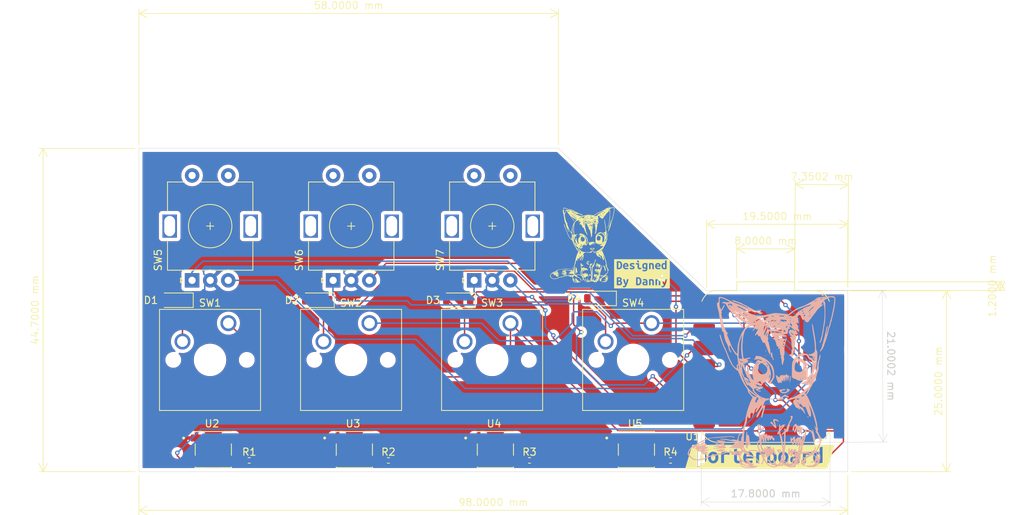
<source format=kicad_pcb>
(kicad_pcb (version 20240108) (generator "pcbnew") (generator_version "8.0")
  (layers (0 "F.Cu" signal) (31 "B.Cu" signal) (34 "B.Paste" user) (35 "F.Paste" user) (36 "B.SilkS" user "B.Silkscreen") (37 "F.SilkS" user "F.Silkscreen") (38 "B.Mask" user) (39 "F.Mask" user) (44 "Edge.Cuts" user))
  (net 0 "")
  (net 1 "Row_1")
  (net 2 "Net-(D1-A)")
  (net 3 "Net-(D2-A)")
  (net 4 "Row_2")
  (net 5 "Net-(D3-A)")
  (net 6 "Net-(D4-A)")
  (net 7 "3V")
  (net 8 "Net-(U2-VDD)")
  (net 9 "Net-(U3-VDD)")
  (net 10 "Net-(U4-VDD)")
  (net 11 "Net-(U5-VDD)")
  (net 12 "Column_2")
  (net 13 "Column_1")
  (net 14 "E1")
  (net 15 "E2")
  (net 16 "E3")
  (net 17 "E4")
  (net 18 "E6")
  (net 19 "E5")
  (net 21 "RGB")
  (net 27 "GND")
  (net 29 "Net-(U2-DOUT)")
  (net 30 "Net-(U3-DOUT)")
  (net 31 "Net-(U4-DOUT)")
  (footprint "Snapeda:LC8812B_SOL320P540X157-4N" (layer "F.Cu") (at 166.7825 153.4)
    (property "Reference" "U3" (at -0.18 -3.585 0) (layer "F.SilkS"))
    (property "Value" "SKC6812RV" (hide yes))
    (pad "1" smd roundrect (at -2.325 -1.6) (size 1.56 0.97) (layers "F.Cu" "F.Paste" "F.Mask") (roundrect_rratio 0.125) (net 27 "GND"))
    (pad "2" smd roundrect (at -2.325 1.6) (size 1.56 0.97) (layers "F.Cu" "F.Paste" "F.Mask") (roundrect_rratio 0.125) (net 29 "Net-(U2-DOUT)"))
    (pad "3" smd roundrect (at 2.325 -1.6) (size 1.56 0.97) (layers "F.Cu" "F.Paste" "F.Mask") (roundrect_rratio 0.125) (net 30 "Net-(U3-DOUT)"))
    (pad "4" smd roundrect (at 2.325 1.6) (size 1.56 0.97) (layers "F.Cu" "F.Paste" "F.Mask") (roundrect_rratio 0.125) (net 9 "Net-(U3-VDD)"))
  )
  (footprint "1_udu3324_foot_Library:SW_Cherry_MX_1.00u_PCB_with_model" (layer "F.Cu") (at 207.87 135.92)
    (property "Reference" "SW4" (at -2.54 -2.794 0) (layer "F.SilkS"))
    (property "Value" "SW_Push_45deg")
    (pad "" np_thru_hole circle (at -7.62 5.08) (size 1.7 1.7) (drill 1.7) (layers "*.Cu" "*.Mask"))
    (pad "" np_thru_hole circle (at -2.54 5.08) (size 4 4) (drill 4) (layers "*.Cu" "*.Mask"))
    (pad "" np_thru_hole circle (at 2.54 5.08) (size 1.7 1.7) (drill 1.7) (layers "*.Cu" "*.Mask"))
    (pad "1" thru_hole circle (at 0 0) (size 2.2 2.2) (drill 1.5) (layers "*.Cu" "*.Mask") (net 13 "Column_1"))
    (pad "2" thru_hole circle (at -6.35 2.54) (size 2.2 2.2) (drill 1.5) (layers "*.Cu" "*.Mask") (net 6 "Net-(D4-A)"))
  )
  (footprint "Snapeda:LC8812B_SOL320P540X157-4N" (layer "F.Cu") (at 186.2825 153.4)
    (property "Reference" "U4" (at -0.18 -3.585 0) (layer "F.SilkS"))
    (property "Value" "SKC6812RV" (hide yes))
    (pad "1" smd roundrect (at -2.325 -1.6) (size 1.56 0.97) (layers "F.Cu" "F.Paste" "F.Mask") (roundrect_rratio 0.125) (net 27 "GND"))
    (pad "2" smd roundrect (at -2.325 1.6) (size 1.56 0.97) (layers "F.Cu" "F.Paste" "F.Mask") (roundrect_rratio 0.125) (net 30 "Net-(U3-DOUT)"))
    (pad "3" smd roundrect (at 2.325 -1.6) (size 1.56 0.97) (layers "F.Cu" "F.Paste" "F.Mask") (roundrect_rratio 0.125) (net 31 "Net-(U4-DOUT)"))
    (pad "4" smd roundrect (at 2.325 1.6) (size 1.56 0.97) (layers "F.Cu" "F.Paste" "F.Mask") (roundrect_rratio 0.125) (net 10 "Net-(U4-VDD)"))
  )
  (footprint "kibuzzard-67143E22" (layer "F.Cu") (at 206.55 129.1)
    (property "Reference" "kibuzzard-67143E22" (hide yes))
    (property "Value" "G***" (hide yes))
  )
  (footprint "Resistor_SMD:R_0402_1005Metric" (layer "F.Cu") (at 152.25 154.9)
    (property "Reference" "R1" (at 0 -1.17 0) (layer "F.SilkS"))
    (property "Value" "RC0402FR-07220RL" (hide yes))
    (pad "1" smd roundrect (at -0.51 0) (size 0.54 0.64) (layers "F.Cu" "F.Paste" "F.Mask") (net 8 "Net-(U2-VDD)"))
    (pad "2" smd roundrect (at 0.51 0) (size 0.54 0.64) (layers "F.Cu" "F.Paste" "F.Mask") (net 7 "3V"))
  )
  (footprint "1_udu3324_foot_Library:RotaryEncoder_Alps_EC11E-Switch_Vertical_H20mm_with_model" (layer "F.Cu") (at 144.35 130 90)
    (property "Reference" "SW5" (at 2.8 -4.7 90) (layer "F.SilkS"))
    (property "Value" "EC11E")
    (pad "A" thru_hole rect (at 0 0 90) (size 2 2) (drill 1) (layers "*.Cu" "*.Mask") (net 14 "E1"))
    (pad "B" thru_hole circle (at 0 5 90) (size 2 2) (drill 1) (layers "*.Cu" "*.Mask") (net 15 "E2"))
    (pad "C" thru_hole circle (at 0 2.5 90) (size 2 2) (drill 1) (layers "*.Cu" "*.Mask") (net 27 "GND"))
    (pad "MP" thru_hole rect (at 7.5 -3.1 90) (size 3.2 2) (drill oval 2.8 1.5) (layers "*.Cu" "*.Mask"))
    (pad "MP" thru_hole rect (at 7.5 8.1 90) (size 3.2 2) (drill oval 2.8 1.5) (layers "*.Cu" "*.Mask"))
    (pad "S1" thru_hole circle (at 14.5 5 90) (size 2 2) (drill 1) (layers "*.Cu" "*.Mask"))
    (pad "S2" thru_hole circle (at 14.5 0 90) (size 2 2) (drill 1) (layers "*.Cu" "*.Mask"))
  )
  (footprint "1_udu3324_foot_Library:RotaryEncoder_Alps_EC11E-Switch_Vertical_H20mm_with_model" (layer "F.Cu") (at 163.85 130 90)
    (property "Reference" "SW6" (at 2.8 -4.7 90) (layer "F.SilkS"))
    (property "Value" "EC11E")
    (pad "A" thru_hole rect (at 0 0 90) (size 2 2) (drill 1) (layers "*.Cu" "*.Mask") (net 16 "E3"))
    (pad "B" thru_hole circle (at 0 5 90) (size 2 2) (drill 1) (layers "*.Cu" "*.Mask") (net 17 "E4"))
    (pad "C" thru_hole circle (at 0 2.5 90) (size 2 2) (drill 1) (layers "*.Cu" "*.Mask") (net 27 "GND"))
    (pad "MP" thru_hole rect (at 7.5 -3.1 90) (size 3.2 2) (drill oval 2.8 1.5) (layers "*.Cu" "*.Mask"))
    (pad "MP" thru_hole rect (at 7.5 8.1 90) (size 3.2 2) (drill oval 2.8 1.5) (layers "*.Cu" "*.Mask"))
    (pad "S1" thru_hole circle (at 14.5 5 90) (size 2 2) (drill 1) (layers "*.Cu" "*.Mask"))
    (pad "S2" thru_hole circle (at 14.5 0 90) (size 2 2) (drill 1) (layers "*.Cu" "*.Mask"))
  )
  (footprint "1_udu3324_foot_Library:RotaryEncoder_Alps_EC11E-Switch_Vertical_H20mm_with_model" (layer "F.Cu") (at 183.35 130 90)
    (property "Reference" "SW7" (at 2.8 -4.7 90) (layer "F.SilkS"))
    (property "Value" "EC11E")
    (pad "A" thru_hole rect (at 0 0 90) (size 2 2) (drill 1) (layers "*.Cu" "*.Mask") (net 19 "E5"))
    (pad "B" thru_hole circle (at 0 5 90) (size 2 2) (drill 1) (layers "*.Cu" "*.Mask") (net 18 "E6"))
    (pad "C" thru_hole circle (at 0 2.5 90) (size 2 2) (drill 1) (layers "*.Cu" "*.Mask") (net 27 "GND"))
    (pad "MP" thru_hole rect (at 7.5 -3.1 90) (size 3.2 2) (drill oval 2.8 1.5) (layers "*.Cu" "*.Mask"))
    (pad "MP" thru_hole rect (at 7.5 8.1 90) (size 3.2 2) (drill oval 2.8 1.5) (layers "*.Cu" "*.Mask"))
    (pad "S1" thru_hole circle (at 14.5 5 90) (size 2 2) (drill 1) (layers "*.Cu" "*.Mask"))
    (pad "S2" thru_hole circle (at 14.5 0 90) (size 2 2) (drill 1) (layers "*.Cu" "*.Mask"))
  )
  (footprint "RF_Module:MCU_Seeed_ESP32C3" (layer "F.Cu") (at 223.65 141.9)
    (property "Reference" "U1" (at -10.1 9.7 0) (layer "F.SilkS"))
    (property "Value" "Seeed Studio XIAO SAMD21" (hide yes))
    (pad "1" smd roundrect (at -8.5 -7.62) (size 3 2) (layers "F.Cu" "F.Paste" "F.Mask") (net 21 "RGB"))
    (pad "2" smd roundrect (at -8.5 -5.08) (size 3 2) (layers "F.Cu" "F.Paste" "F.Mask") (net 14 "E1"))
    (pad "3" smd roundrect (at -8.5 -2.54) (size 3 2) (layers "F.Cu" "F.Paste" "F.Mask") (net 15 "E2"))
    (pad "4" smd roundrect (at -8.5 0) (size 3 2) (layers "F.Cu" "F.Paste" "F.Mask") (net 16 "E3"))
    (pad "5" smd roundrect (at -8.5 2.54) (size 3 2) (layers "F.Cu" "F.Paste" "F.Mask") (net 17 "E4"))
    (pad "6" smd roundrect (at -8.5 5.08) (size 3 2) (layers "F.Cu" "F.Paste" "F.Mask") (net 19 "E5"))
    (pad "7" smd roundrect (at -8.5 7.62) (size 3 2) (layers "F.Cu" "F.Paste" "F.Mask") (net 18 "E6"))
    (pad "8" smd roundrect (at 8.5 7.62) (size 3 2) (layers "F.Cu" "F.Paste" "F.Mask") (net 4 "Row_2"))
    (pad "9" smd roundrect (at 8.5 5.08) (size 3 2) (layers "F.Cu" "F.Paste" "F.Mask") (net 1 "Row_1"))
    (pad "10" smd roundrect (at 8.5 2.54) (size 3 2) (layers "F.Cu" "F.Paste" "F.Mask") (net 12 "Column_2"))
    (pad "11" smd roundrect (at 8.5 0) (size 3 2) (layers "F.Cu" "F.Paste" "F.Mask") (net 13 "Column_1"))
    (pad "12" smd roundrect (at 8.5 -2.54) (size 3 2) (layers "F.Cu" "F.Paste" "F.Mask") (net 7 "3V"))
    (pad "13" smd roundrect (at 8.5 -5.08) (size 3 2) (layers "F.Cu" "F.Paste" "F.Mask") (net 27 "GND"))
    (pad "14" smd roundrect (at 8.5 -7.62) (size 3 2) (layers "F.Cu" "F.Paste" "F.Mask"))
    (pad "15" smd roundrect (at 2.1 0.6) (size 3.5 3.5) (property pad_prop_heatsink) (layers "F.Cu" "F.Mask") (roundrect_rratio 0.07142857143))
    (pad "16" smd roundrect (at -4.5 -0.4) (size 2.3 1.3) (layers "F.Cu" "F.Paste" "F.Mask") (roundrect_rratio 0.1923076923))
    (pad "17" smd roundrect (at -4.5 -2.3) (size 2.3 1.3) (layers "F.Cu" "F.Paste" "F.Mask") (roundrect_rratio 0.1923076923))
    (pad "18" smd circle (at -1.27 -8.62) (size 1.3 1.3) (layers "F.Cu" "F.Paste" "F.Mask"))
    (pad "19" smd circle (at -1.27 -6.04) (size 1.3 1.3) (layers "F.Cu" "F.Paste" "F.Mask"))
    (pad "20" smd circle (at -1.27 -3.5) (size 1.3 1.3) (layers "F.Cu" "F.Paste" "F.Mask"))
    (pad "21" smd circle (at 1.27 -3.5) (size 1.3 1.3) (layers "F.Cu" "F.Paste" "F.Mask"))
    (pad "22" smd circle (at 1.27 -6.04) (size 1.3 1.3) (layers "F.Cu" "F.Paste" "F.Mask"))
    (pad "23" smd circle (at 1.27 -8.62) (size 1.3 1.3) (layers "F.Cu" "F.Paste" "F.Mask"))
  )
  (footprint "1_udu3324_foot_Library:SW_Cherry_MX_1.00u_PCB_with_model" (layer "F.Cu") (at 188.37 135.92)
    (property "Reference" "SW3" (at -2.54 -2.794 0) (layer "F.SilkS"))
    (property "Value" "SW_Push_45deg")
    (pad "" np_thru_hole circle (at -7.62 5.08) (size 1.7 1.7) (drill 1.7) (layers "*.Cu" "*.Mask"))
    (pad "" np_thru_hole circle (at -2.54 5.08) (size 4 4) (drill 4) (layers "*.Cu" "*.Mask"))
    (pad "" np_thru_hole circle (at 2.54 5.08) (size 1.7 1.7) (drill 1.7) (layers "*.Cu" "*.Mask"))
    (pad "1" thru_hole circle (at 0 0) (size 2.2 2.2) (drill 1.5) (layers "*.Cu" "*.Mask") (net 12 "Column_2"))
    (pad "2" thru_hole circle (at -6.35 2.54) (size 2.2 2.2) (drill 1.5) (layers "*.Cu" "*.Mask") (net 5 "Net-(D3-A)"))
  )
  (footprint "Diode_SMD:D_SOD-123" (layer "F.Cu") (at 181.15 132.75 180)
    (property "Reference" "D3" (at 3.5 0 0) (layer "F.SilkS"))
    (property "Value" "SMF6.5CA" (hide yes))
    (pad "1" smd roundrect (at -1.65 0 180) (size 0.9 1.2) (layers "F.Cu" "F.Paste" "F.Mask") (net 4 "Row_2"))
    (pad "2" smd roundrect (at 1.65 0 180) (size 0.9 1.2) (layers "F.Cu" "F.Paste" "F.Mask") (net 5 "Net-(D3-A)"))
  )
  (footprint "Resistor_SMD:R_0402_1005Metric" (layer "F.Cu") (at 191 154.9)
    (property "Reference" "R3" (at 0 -1.17 0) (layer "F.SilkS"))
    (property "Value" "RC0402FR-07220RL" (hide yes))
    (pad "1" smd roundrect (at -0.51 0) (size 0.54 0.64) (layers "F.Cu" "F.Paste" "F.Mask") (net 10 "Net-(U4-VDD)"))
    (pad "2" smd roundrect (at 0.51 0) (size 0.54 0.64) (layers "F.Cu" "F.Paste" "F.Mask") (net 7 "3V"))
  )
  (footprint "1_udu3324_foot_Library:porterpad_cat_big" (layer "F.Cu") (at 223.1 143.95)
    (property "Reference" "G***" (hide yes))
    (property "Value" "LOGO" (hide yes))
  )
  (footprint "Diode_SMD:D_SOD-123" (layer "F.Cu") (at 200.65 132.5 180)
    (property "Reference" "D4" (at 3.5 0 0) (layer "F.SilkS"))
    (property "Value" "SMF6.5CA" (hide yes))
    (pad "1" smd roundrect (at -1.65 0 180) (size 0.9 1.2) (layers "F.Cu" "F.Paste" "F.Mask") (net 4 "Row_2"))
    (pad "2" smd roundrect (at 1.65 0 180) (size 0.9 1.2) (layers "F.Cu" "F.Paste" "F.Mask") (net 6 "Net-(D4-A)"))
  )
  (footprint "1_udu3324_foot_Library:SW_Cherry_MX_1.00u_PCB_with_model" (layer "F.Cu") (at 149.37 135.92)
    (property "Reference" "SW1" (at -2.54 -2.794 0) (layer "F.SilkS"))
    (property "Value" "SW_Push_45deg")
    (pad "" np_thru_hole circle (at -7.62 5.08) (size 1.7 1.7) (drill 1.7) (layers "*.Cu" "*.Mask"))
    (pad "" np_thru_hole circle (at -2.54 5.08) (size 4 4) (drill 4) (layers "*.Cu" "*.Mask"))
    (pad "" np_thru_hole circle (at 2.54 5.08) (size 1.7 1.7) (drill 1.7) (layers "*.Cu" "*.Mask"))
    (pad "1" thru_hole circle (at 0 0) (size 2.2 2.2) (drill 1.5) (layers "*.Cu" "*.Mask") (net 12 "Column_2"))
    (pad "2" thru_hole circle (at -6.35 2.54) (size 2.2 2.2) (drill 1.5) (layers "*.Cu" "*.Mask") (net 2 "Net-(D1-A)"))
  )
  (footprint "1_udu3324_foot_Library:SW_Cherry_MX_1.00u_PCB_with_model" (layer "F.Cu") (at 168.87 135.92)
    (property "Reference" "SW2" (at -2.54 -2.794 0) (layer "F.SilkS"))
    (property "Value" "SW_Push_45deg")
    (pad "" np_thru_hole circle (at -7.62 5.08) (size 1.7 1.7) (drill 1.7) (layers "*.Cu" "*.Mask"))
    (pad "" np_thru_hole circle (at -2.54 5.08) (size 4 4) (drill 4) (layers "*.Cu" "*.Mask"))
    (pad "" np_thru_hole circle (at 2.54 5.08) (size 1.7 1.7) (drill 1.7) (layers "*.Cu" "*.Mask"))
    (pad "1" thru_hole circle (at 0 0) (size 2.2 2.2) (drill 1.5) (layers "*.Cu" "*.Mask") (net 13 "Column_1"))
    (pad "2" thru_hole circle (at -6.35 2.54) (size 2.2 2.2) (drill 1.5) (layers "*.Cu" "*.Mask") (net 3 "Net-(D2-A)"))
  )
  (footprint "1_udu3324_foot_Library:porterpad_cat" (layer "F.Cu") (at 198.3 125.05)
    (property "Reference" "G***" (hide yes))
    (property "Value" "LOGO" (hide yes))
  )
  (footprint "Snapeda:LC8812B_SOL320P540X157-4N" (layer "F.Cu") (at 147.2825 153.4)
    (property "Reference" "U2" (at -0.18 -3.585 0) (layer "F.SilkS"))
    (property "Value" "SKC6812RV" (hide yes))
    (pad "1" smd roundrect (at -2.325 -1.6) (size 1.56 0.97) (layers "F.Cu" "F.Paste" "F.Mask") (roundrect_rratio 0.125) (net 27 "GND"))
    (pad "2" smd roundrect (at -2.325 1.6) (size 1.56 0.97) (layers "F.Cu" "F.Paste" "F.Mask") (roundrect_rratio 0.125) (net 21 "RGB"))
    (pad "3" smd roundrect (at 2.325 -1.6) (size 1.56 0.97) (layers "F.Cu" "F.Paste" "F.Mask") (roundrect_rratio 0.125) (net 29 "Net-(U2-DOUT)"))
    (pad "4" smd roundrect (at 2.325 1.6) (size 1.56 0.97) (layers "F.Cu" "F.Paste" "F.Mask") (roundrect_rratio 0.125) (net 8 "Net-(U2-VDD)"))
  )
  (footprint "kibuzzard-67143A56" (layer "F.Cu") (at 222.85 154.4)
    (property "Reference" "kibuzzard-67143A56" (hide yes))
    (property "Value" "G***" (hide yes))
  )
  (footprint "Snapeda:LC8812B_SOL320P540X157-4N" (layer "F.Cu") (at 205.7825 153.4)
    (property "Reference" "U5" (at -0.18 -3.585 0) (layer "F.SilkS"))
    (property "Value" "SKC6812RV" (hide yes))
    (pad "1" smd roundrect (at -2.325 -1.6) (size 1.56 0.97) (layers "F.Cu" "F.Paste" "F.Mask") (roundrect_rratio 0.125) (net 27 "GND"))
    (pad "2" smd roundrect (at -2.325 1.6) (size 1.56 0.97) (layers "F.Cu" "F.Paste" "F.Mask") (roundrect_rratio 0.125) (net 31 "Net-(U4-DOUT)"))
    (pad "3" smd roundrect (at 2.325 -1.6) (size 1.56 0.97) (layers "F.Cu" "F.Paste" "F.Mask") (roundrect_rratio 0.125))
    (pad "4" smd roundrect (at 2.325 1.6) (size 1.56 0.97) (layers "F.Cu" "F.Paste" "F.Mask") (roundrect_rratio 0.125) (net 11 "Net-(U5-VDD)"))
  )
  (footprint "Resistor_SMD:R_0402_1005Metric" (layer "F.Cu") (at 171.49 154.9)
    (property "Reference" "R2" (at 0 -1.17 0) (layer "F.SilkS"))
    (property "Value" "RC0402FR-07220RL" (hide yes))
    (pad "1" smd roundrect (at -0.51 0) (size 0.54 0.64) (layers "F.Cu" "F.Paste" "F.Mask") (net 9 "Net-(U3-VDD)"))
    (pad "2" smd roundrect (at 0.51 0) (size 0.54 0.64) (layers "F.Cu" "F.Paste" "F.Mask") (net 7 "3V"))
  )
  (footprint "Diode_SMD:D_SOD-123" (layer "F.Cu") (at 142.15 132.75 180)
    (property "Reference" "D1" (at 3.5 0 0) (layer "F.SilkS"))
    (property "Value" "SMF6.5CA" (hide yes))
    (pad "1" smd roundrect (at -1.65 0 180) (size 0.9 1.2) (layers "F.Cu" "F.Paste" "F.Mask") (net 1 "Row_1"))
    (pad "2" smd roundrect (at 1.65 0 180) (size 0.9 1.2) (layers "F.Cu" "F.Paste" "F.Mask") (net 2 "Net-(D1-A)"))
  )
  (footprint "Resistor_SMD:R_0402_1005Metric" (layer "F.Cu") (at 210.5 154.9)
    (property "Reference" "R4" (at 0 -1.17 0) (layer "F.SilkS"))
    (property "Value" "RC0402FR-07220RL" (hide yes))
    (pad "1" smd roundrect (at -0.51 0) (size 0.54 0.64) (layers "F.Cu" "F.Paste" "F.Mask") (net 11 "Net-(U5-VDD)"))
    (pad "2" smd roundrect (at 0.51 0) (size 0.54 0.64) (layers "F.Cu" "F.Paste" "F.Mask") (net 7 "3V"))
  )
  (footprint "Diode_SMD:D_SOD-123" (layer "F.Cu") (at 161.65 132.75 180)
    (property "Reference" "D2" (at 3.5 0 0) (layer "F.SilkS"))
    (property "Value" "SMF6.5CA" (hide yes))
    (pad "1" smd roundrect (at -1.65 0 180) (size 0.9 1.2) (layers "F.Cu" "F.Paste" "F.Mask") (net 1 "Row_1"))
    (pad "2" smd roundrect (at 1.65 0 180) (size 0.9 1.2) (layers "F.Cu" "F.Paste" "F.Mask") (net 3 "Net-(D2-A)"))
  )
  (gr_line (start 235 156.45) (end 235 131.45) (stroke (width 0.05)) (layer "Edge.Cuts"))
  (gr_line (start 137 156.45) (end 137 111.75) (stroke (width 0.05)) (layer "Edge.Cuts"))
  (gr_line (start 137 111.75) (end 195 111.75) (stroke (width 0.05)) (layer "Edge.Cuts"))
  (gr_line (start 215.5 131.45) (end 195 111.75) (stroke (width 0.05)) (layer "Edge.Cuts"))
  (gr_line (start 235 131.45) (end 215.5 131.45) (stroke (width 0.05)) (layer "Edge.Cuts"))
  (gr_line (start 235 156.45) (end 137 156.45) (stroke (width 0.05)) (layer "Edge.Cuts"))
  (dimension (type aligned) (layer "F.SilkS") (pts (xy 137 156.45) (xy 235 156.45)) (height 5.349999) (gr_text "98.0000 mm" (at 186 160.699999 0) (layer "F.SilkS") (effects (font (size 1 1) (thickness 0.1)))) (format (prefix "") (suffix "") (units 3) (units_format 1) (precision 4)) (style (thickness 0.1) (arrow_length 1.27) (text_position_mode 0) (extension_height 0.58642) (extension_offset 0.5) keep_text_aligned))
  (dimension (type aligned) (layer "F.SilkS") (pts (xy 195 111.75) (xy 137 111.75)) (height 18.649999) (gr_text "58.0000 mm" (at 166 92.000001 0) (layer "F.SilkS") (effects (font (size 1 1) (thickness 0.1)))) (format (prefix "") (suffix "") (units 3) (units_format 1) (precision 4)) (style (thickness 0.1) (arrow_length 1.27) (text_position_mode 0) (extension_height 0.58642) (extension_offset 0.5) keep_text_aligned))
  (dimension (type aligned) (layer "F.SilkS") (pts (xy 137 111.75) (xy 137 156.45)) (height 13.249999) (gr_text "44.7000 mm" (at 122.650001 134.1 90) (layer "F.SilkS") (effects (font (size 1 1) (thickness 0.1)))) (format (prefix "") (suffix "") (units 3) (units_format 1) (precision 4)) (style (thickness 0.1) (arrow_length 1.27) (text_position_mode 0) (extension_height 0.58642) (extension_offset 0.5) keep_text_aligned))
  (dimension (type aligned) (layer "F.SilkS") (pts (xy 215.5 131.45) (xy 235 131.45)) (height -9.2) (gr_text "19.5000 mm" (at 225.25 121.15 0) (layer "F.SilkS") (effects (font (size 1 1) (thickness 0.1)))) (format (prefix "") (suffix "") (units 3) (units_format 1) (precision 4)) (style (thickness 0.1) (arrow_length 1.27) (text_position_mode 0) (extension_height 0.58642) (extension_offset 0.5) keep_text_aligned))
  (dimension (type aligned) (layer "F.SilkS") (pts (xy 227.65 131.4) (xy 235 131.45)) (height -14.669436) (gr_text "7.3502 mm" (at 231.432273 115.655928 359.6102388) (layer "F.SilkS") (effects (font (size 1 1) (thickness 0.1)))) (format (prefix "") (suffix "") (units 3) (units_format 1) (precision 4)) (style (thickness 0.1) (arrow_length 1.27) (text_position_mode 0) (extension_height 0.58642) (extension_offset 0.5) keep_text_aligned))
  (dimension (type aligned) (layer "F.SilkS") (pts (xy 227.65 131.4) (xy 227.65 130.2)) (height 28.45) (gr_text "1.2000 mm" (at 255 130.8 90) (layer "F.SilkS") (effects (font (size 1 1) (thickness 0.1)))) (format (prefix "") (suffix "") (units 3) (units_format 1) (precision 4)) (style (thickness 0.1) (arrow_length 1.27) (text_position_mode 0) (extension_height 0.58642) (extension_offset 0.5) keep_text_aligned))
  (dimension (type aligned) (layer "F.SilkS") (pts (xy 235 156.45) (xy 235 131.45)) (height 13.65) (gr_text "25.0000 mm" (at 247.55 143.95 90) (layer "F.SilkS") (effects (font (size 1 1) (thickness 0.1)))) (format (prefix "") (suffix "") (units 3) (units_format 1) (precision 4)) (style (thickness 0.1) (arrow_length 1.27) (text_position_mode 0) (extension_height 0.58642) (extension_offset 0.5) keep_text_aligned))
  (dimension (type aligned) (layer "F.SilkS") (pts (xy 219.65 130.2) (xy 227.65 130.2)) (height -4.55) (gr_text "8.0000 mm" (at 223.65 124.55 0) (layer "F.SilkS") (effects (font (size 1 1) (thickness 0.1)))) (format (prefix "") (suffix "") (units 3) (units_format 1) (precision 4)) (style (thickness 0.1) (arrow_length 1.27) (text_position_mode 0) (extension_height 0.58642) (extension_offset 0.5) keep_text_aligned))
  (dimension (type aligned) (layer "Edge.Cuts") (pts (xy 232.55 150.4) (xy 214.75 150.4)) (height -10.25) (gr_text "17.8000 mm" (at 223.65 159.5 0) (layer "Edge.Cuts") (effects (font (size 1 1) (thickness 0.15)))) (format (prefix "") (suffix "") (units 3) (units_format 1) (precision 4)) (style (thickness 0.05) (arrow_length 1.27) (text_position_mode 0) (extension_height 0.58642) (extension_offset 0.5) keep_text_aligned))
  (dimension (type aligned) (layer "Edge.Cuts") (pts (xy 230.35 152.4) (xy 230.25 131.4)) (height 9.535323) (gr_text "21.0002 mm" (at 240.985202 141.849118 -89.72716502) (layer "Edge.Cuts") (effects (font (size 1 1) (thickness 0.15)))) (format (prefix "") (suffix "") (units 3) (units_format 1) (precision 4)) (style (thickness 0.05) (arrow_length 1.27) (text_position_mode 0) (extension_height 0.58642) (extension_offset 0.5) keep_text_aligned))
  (segment (start 203.298696 132.15) (end 225.133502 132.15) (width 0.2) (layer "F.Cu") (net 1))
  (segment (start 226.391751 133.408249) (end 226.391752 133.408249) (width 0.2) (layer "F.Cu") (net 1))
  (segment (start 143.8 132.5) (end 144.1 132.8) (width 0.2) (layer "F.Cu") (net 1))
  (segment (start 228.25 138.4) (end 228.25 144.58) (width 0.2) (layer "F.Cu") (net 1))
  (segment (start 191.388478 131.2) (end 202.348696 131.2) (width 0.2) (layer "F.Cu") (net 1))
  (segment (start 167.45 133.45) (end 172.2 128.7) (width 0.2) (layer "F.Cu") (net 1))
  (segment (start 188.888478 128.7) (end 191.388478 131.2) (width 0.2) (layer "F.Cu") (net 1))
  (segment (start 158.601304 132.8) (end 159.551304 131.85) (width 0.2) (layer "F.Cu") (net 1))
  (segment (start 172.2 128.7) (end 188.888478 128.7) (width 0.2) (layer "F.Cu") (net 1))
  (segment (start 225.133502 132.15) (end 226.391751 133.408249) (width 0.2) (layer "F.Cu") (net 1))
  (segment (start 159.551304 131.85) (end 162.4 131.85) (width 0.2) (layer "F.Cu") (net 1))
  (segment (start 164 133.45) (end 167.45 133.45) (width 0.2) (layer "F.Cu") (net 1))
  (segment (start 144.1 132.8) (end 158.601304 132.8) (width 0.2) (layer "F.Cu") (net 1))
  (segment (start 202.348696 131.2) (end 203.298696 132.15) (width 0.2) (layer "F.Cu") (net 1))
  (segment (start 162.4 131.85) (end 163.3 132.75) (width 0.2) (layer "F.Cu") (net 1))
  (segment (start 228.25 144.58) (end 230.65 146.98) (width 0.2) (layer "F.Cu") (net 1))
  (segment (start 230.65 146.98) (end 232.15 146.98) (width 0.2) (layer "F.Cu") (net 1))
  (segment (start 163.3 132.75) (end 164 133.45) (width 0.2) (layer "F.Cu") (net 1))
  (via (at 228.25 138.4) (size 0.6) (drill 0.3) (layers "F.Cu" "B.Cu") (net 1))
  (via (at 226.391751 133.408249) (size 0.6) (drill 0.3) (layers "F.Cu" "B.Cu") (net 1))
  (segment (start 226.391751 133.408249) (end 228.25 135.266498) (width 0.2) (layer "B.Cu") (net 1))
  (segment (start 228.25 135.266498) (end 228.25 138.4) (width 0.2) (layer "B.Cu") (net 1))
  (segment (start 143.02 138.46) (end 143.02 135.02) (width 0.2) (layer "F.Cu") (net 2))
  (segment (start 143.02 135.02) (end 140.5 132.5) (width 0.2) (layer "F.Cu") (net 2))
  (segment (start 162.52 138.46) (end 162.52 135.02) (width 0.2) (layer "F.Cu") (net 3))
  (segment (start 162.52 135.02) (end 160 132.5) (width 0.2) (layer "F.Cu") (net 3))
  (segment (start 202.7 132.9) (end 219.55 132.9) (width 0.2) (layer "F.Cu") (net 4))
  (segment (start 219.55 132.9) (end 220.65 134) (width 0.2) (layer "F.Cu") (net 4))
  (segment (start 183.7 131.6) (end 201.4 131.6) (width 0.2) (layer "F.Cu") (net 4))
  (segment (start 228.985256 149.52) (end 232.15 149.52) (width 0.2) (layer "F.Cu") (net 4))
  (segment (start 202.3 132.5) (end 202.7 132.9) (width 0.2) (layer "F.Cu") (net 4))
  (segment (start 226.015256 146.55) (end 228.985256 149.52) (width 0.2) (layer "F.Cu") (net 4))
  (segment (start 220.65 134) (end 220.65 136.85) (width 0.2) (layer "F.Cu") (net 4))
  (segment (start 221.05 141.584744) (end 221.657628 142.192372) (width 0.2) (layer "F.Cu") (net 4))
  (segment (start 220.65 136.85) (end 221.05 137.25) (width 0.2) (layer "F.Cu") (net 4))
  (segment (start 182.8 132.5) (end 183.7 131.6) (width 0.2) (layer "F.Cu") (net 4))
  (segment (start 201.4 131.6) (end 202.3 132.5) (width 0.2) (layer "F.Cu") (net 4))
  (segment (start 221.05 137.25) (end 221.05 141.584744) (width 0.2) (layer "F.Cu") (net 4))
  (segment (start 225 146.55) (end 226.015256 146.55) (width 0.2) (layer "F.Cu") (net 4))
  (via (at 225 146.55) (size 0.6) (drill 0.3) (layers "F.Cu" "B.Cu") (net 4))
  (via (at 221.657628 142.192372) (size 0.6) (drill 0.3) (layers "F.Cu" "B.Cu") (net 4))
  (segment (start 225 145.534744) (end 225 146.55) (width 0.2) (layer "B.Cu") (net 4))
  (segment (start 221.657628 142.192372) (end 225 145.534744) (width 0.2) (layer "B.Cu") (net 4))
  (segment (start 182.02 138.46) (end 182.02 135.02) (width 0.2) (layer "F.Cu") (net 5))
  (segment (start 182.02 135.02) (end 179.5 132.5) (width 0.2) (layer "F.Cu") (net 5))
  (segment (start 201.52 138.46) (end 201.52 135.02) (width 0.2) (layer "F.Cu") (net 6))
  (segment (start 201.52 135.02) (end 199 132.5) (width 0.2) (layer "F.Cu") (net 6))
  (segment (start 211.01 154.9) (end 211.96 155.85) (width 0.2) (layer "F.Cu") (net 7))
  (segment (start 152.76 154.9) (end 153.645 155.785) (width 0.2) (layer "F.Cu") (net 7))
  (segment (start 230.9 155.85) (end 234.4 152.35) (width 0.2) (layer "F.Cu") (net 7))
  (segment (start 211.96 155.85) (end 230.9 155.85) (width 0.2) (layer "F.Cu") (net 7))
  (segment (start 234.4 140.11) (end 233.65 139.36) (width 0.2) (layer "F.Cu") (net 7))
  (segment (start 172.885 155.785) (end 190.625 155.785) (width 0.2) (layer "F.Cu") (net 7))
  (segment (start 153.645 155.785) (end 171.115 155.785) (width 0.2) (layer "F.Cu") (net 7))
  (segment (start 210.125 155.785) (end 211.01 154.9) (width 0.2) (layer "F.Cu") (net 7))
  (segment (start 190.625 155.785) (end 191.51 154.9) (width 0.2) (layer "F.Cu") (net 7))
  (segment (start 192.395 155.785) (end 210.125 155.785) (width 0.2) (layer "F.Cu") (net 7))
  (segment (start 233.65 139.36) (end 232.15 139.36) (width 0.2) (layer "F.Cu") (net 7))
  (segment (start 234.4 152.35) (end 234.4 140.11) (width 0.2) (layer "F.Cu") (net 7))
  (segment (start 171.115 155.785) (end 172 154.9) (width 0.2) (layer "F.Cu") (net 7))
  (segment (start 191.51 154.9) (end 192.395 155.785) (width 0.2) (layer "F.Cu") (net 7))
  (segment (start 172 154.9) (end 172.885 155.785) (width 0.2) (layer "F.Cu") (net 7))
  (segment (start 149.6075 155) (end 151.64 155) (width 0.2) (layer "F.Cu") (net 8))
  (segment (start 151.64 155) (end 151.74 154.9) (width 0.2) (layer "F.Cu") (net 8))
  (segment (start 169.1075 155) (end 170.88 155) (width 0.2) (layer "F.Cu") (net 9))
  (segment (start 170.88 155) (end 170.98 154.9) (width 0.2) (layer "F.Cu") (net 9))
  (segment (start 188.6075 155) (end 190.39 155) (width 0.2) (layer "F.Cu") (net 10))
  (segment (start 190.39 155) (end 190.49 154.9) (width 0.2) (layer "F.Cu") (net 10))
  (segment (start 208.1075 155) (end 209.89 155) (width 0.2) (layer "F.Cu") (net 11))
  (segment (start 209.89 155) (end 209.99 154.9) (width 0.2) (layer "F.Cu") (net 11))
  (segment (start 233.95 150.358642) (end 233.95 146.141358) (width 0.2) (layer "F.Cu") (net 12))
  (segment (start 232.248642 144.44) (end 232.15 144.44) (width 0.2) (layer "F.Cu") (net 12))
  (segment (start 188.37 141.842944) (end 188.37 135.92) (width 0.2) (layer "F.Cu") (net 12))
  (segment (start 186.862944 143.35) (end 188.37 141.842944) (width 0.2) (layer "F.Cu") (net 12))
  (segment (start 156.8 143.35) (end 186.862944 143.35) (width 0.2) (layer "F.Cu") (net 12))
  (segment (start 188.37 135.92) (end 203.27 150.82) (width 0.2) (layer "F.Cu") (net 12))
  (segment (start 203.27 150.82) (end 222.8 150.82) (width 0.2) (layer "F.Cu") (net 12))
  (segment (start 149.37 135.92) (end 156.8 143.35) (width 0.2) (layer "F.Cu") (net 12))
  (segment (start 228.75 150.82) (end 233.488642 150.82) (width 0.2) (layer "F.Cu") (net 12))
  (segment (start 233.95 146.141358) (end 232.248642 144.44) (width 0.2) (layer "F.Cu") (net 12))
  (segment (start 233.488642 150.82) (end 233.95 150.358642) (width 0.2) (layer "F.Cu") (net 12))
  (via (at 228.75 150.82) (size 0.6) (drill 0.3) (layers "F.Cu" "B.Cu") (net 12))
  (via (at 222.8 150.82) (size 0.6) (drill 0.3) (layers "F.Cu" "B.Cu") (net 12))
  (segment (start 229.02 150.82) (end 229.05 150.85) (width 0.2) (layer "B.Cu") (net 12))
  (segment (start 222.8 150.82) (end 229.02 150.82) (width 0.2) (layer "B.Cu") (net 12))
  (segment (start 202.63 135.92) (end 207.87 135.92) (width 0.2) (layer "F.Cu") (net 13))
  (segment (start 229.4 141.9) (end 232.15 141.9) (width 0.2) (layer "F.Cu") (net 13))
  (segment (start 202.25 136.3) (end 202.63 135.92) (width 0.2) (layer "F.Cu") (net 13))
  (via (at 229.4 141.9) (size 0.6) (drill 0.3) (layers "F.Cu" "B.Cu") (net 13))
  (via (at 202.25 136.3) (size 0.6) (drill 0.3) (layers "F.Cu" "B.Cu") (net 13))
  (segment (start 196.9 135.898529) (end 194.448529 138.35) (width 0.2) (layer "B.Cu") (net 13))
  (segment (start 194.448529 138.35) (end 186.8 138.35) (width 0.2) (layer "B.Cu") (net 13))
  (segment (start 202.25 136.3) (end 200.3 134.35) (width 0.2) (layer "B.Cu") (net 13))
  (segment (start 184.37 135.92) (end 168.87 135.92) (width 0.2) (layer "B.Cu") (net 13))
  (segment (start 197.15 134.35) (end 196.9 134.6) (width 0.2) (layer "B.Cu") (net 13))
  (segment (start 196.9 134.6) (end 196.9 135.898529) (width 0.2) (layer "B.Cu") (net 13))
  (segment (start 207.87 135.92) (end 223.42 135.92) (width 0.2) (layer "B.Cu") (net 13))
  (segment (start 200.3 134.35) (end 197.15 134.35) (width 0.2) (layer "B.Cu") (net 13))
  (segment (start 186.8 138.35) (end 184.37 135.92) (width 0.2) (layer "B.Cu") (net 13))
  (segment (start 223.42 135.92) (end 229.4 141.9) (width 0.2) (layer "B.Cu") (net 13))
  (segment (start 215.15 136.82) (end 213.38 136.82) (width 0.2) (layer "F.Cu") (net 14))
  (segment (start 213.38 136.82) (end 212.55 137.65) (width 0.2) (layer "F.Cu") (net 14))
  (via (at 212.55 137.65) (size 0.6) (drill 0.3) (layers "F.Cu" "B.Cu") (net 14))
  (segment (start 196.051471 132.45) (end 193.1 132.45) (width 0.2) (layer "B.Cu") (net 14))
  (segment (start 193.1 132.45) (end 188 127.35) (width 0.2) (layer "B.Cu") (net 14))
  (segment (start 144.33 128.87) (end 144.33 130) (width 0.2) (layer "B.Cu") (net 14))
  (segment (start 145.85 127.35) (end 144.33 128.87) (width 0.2) (layer "B.Cu") (net 14))
  (segment (start 188 127.35) (end 145.85 127.35) (width 0.2) (layer "B.Cu") (net 14))
  (segment (start 196.851471 131.65) (end 196.051471 132.45) (width 0.2) (layer "B.Cu") (net 14))
  (segment (start 199.297056 131.65) (end 196.851471 131.65) (width 0.2) (layer "B.Cu") (net 14))
  (segment (start 212.55 137.65) (end 205.297056 137.65) (width 0.2) (layer "B.Cu") (net 14))
  (segment (start 205.297056 137.65) (end 199.297056 131.65) (width 0.2) (layer "B.Cu") (net 14))
  (segment (start 213.79 139.36) (end 215.15 139.36) (width 0.2) (layer "F.Cu") (net 15))
  (segment (start 212.774265 140.375735) (end 213.79 139.36) (width 0.2) (layer "F.Cu") (net 15))
  (via (at 212.774265 140.375735) (size 0.6) (drill 0.3) (layers "F.Cu" "B.Cu") (net 15))
  (segment (start 164.189899 138.15) (end 156.039899 130) (width 0.2) (layer "B.Cu") (net 15))
  (segment (start 212.774265 140.375735) (end 208.2 144.95) (width 0.2) (layer "B.Cu") (net 15))
  (segment (start 182.1 144.95) (end 175.3 138.15) (width 0.2) (layer "B.Cu") (net 15))
  (segment (start 175.3 138.15) (end 164.189899 138.15) (width 0.2) (layer "B.Cu") (net 15))
  (segment (start 156.039899 130) (end 149.33 130) (width 0.2) (layer "B.Cu") (net 15))
  (segment (start 208.2 144.95) (end 182.1 144.95) (width 0.2) (layer "B.Cu") (net 15))
  (segment (start 217.25 141.65) (end 217 141.9) (width 0.2) (layer "F.Cu") (net 16))
  (segment (start 217 141.9) (end 215.15 141.9) (width 0.2) (layer "F.Cu") (net 16))
  (via (at 217.25 141.65) (size 0.6) (drill 0.3) (layers "F.Cu" "B.Cu") (net 16))
  (segment (start 200.2 133.25) (end 205 138.05) (width 0.2) (layer "B.Cu") (net 16))
  (segment (start 164.65 132.85) (end 174.1 132.85) (width 0.2) (layer "B.Cu") (net 16))
  (segment (start 213.6 138.25) (end 217 141.65) (width 0.2) (layer "B.Cu") (net 16))
  (segment (start 212.301471 138.25) (end 213.6 138.25) (width 0.2) (layer "B.Cu") (net 16))
  (segment (start 163.83 132.03) (end 164.65 132.85) (width 0.2) (layer "B.Cu") (net 16))
  (segment (start 205 138.05) (end 212.101471 138.05) (width 0.2) (layer "B.Cu") (net 16))
  (segment (start 193.451471 133.4) (end 193.601471 133.25) (width 0.2) (layer "B.Cu") (net 16))
  (segment (start 174.65 133.4) (end 193.451471 133.4) (width 0.2) (layer "B.Cu") (net 16))
  (segment (start 212.101471 138.05) (end 212.301471 138.25) (width 0.2) (layer "B.Cu") (net 16))
  (segment (start 193.601471 133.25) (end 200.2 133.25) (width 0.2) (layer "B.Cu") (net 16))
  (segment (start 174.1 132.85) (end 174.65 133.4) (width 0.2) (layer "B.Cu") (net 16))
  (segment (start 217 141.65) (end 217.25 141.65) (width 0.2) (layer "B.Cu") (net 16))
  (segment (start 163.83 130) (end 163.83 132.03) (width 0.2) (layer "B.Cu") (net 16))
  (segment (start 213.65 144.44) (end 215.15 144.44) (width 0.2) (layer "F.Cu") (net 17))
  (segment (start 211.25 139.7) (end 213.35 141.8) (width 0.2) (layer "F.Cu") (net 17))
  (segment (start 213.35 144.14) (end 213.65 144.44) (width 0.2) (layer "F.Cu") (net 17))
  (segment (start 213.35 141.8) (end 213.35 144.14) (width 0.2) (layer "F.Cu") (net 17))
  (segment (start 207.6 127.65) (end 171.18 127.65) (width 0.2) (layer "F.Cu") (net 17))
  (segment (start 209.325 129.375) (end 207.6 127.65) (width 0.2) (layer "F.Cu") (net 17))
  (segment (start 171.18 127.65) (end 168.83 130) (width 0.2) (layer "F.Cu") (net 17))
  (segment (start 211.25 133.65) (end 211.25 139.7) (width 0.2) (layer "F.Cu") (net 17))
  (via (at 209.325 129.375) (size 0.6) (drill 0.3) (layers "F.Cu" "B.Cu") (net 17))
  (via (at 211.25 133.65) (size 0.6) (drill 0.3) (layers "F.Cu" "B.Cu") (net 17))
  (segment (start 211.25 131.3) (end 211.25 133.65) (width 0.2) (layer "B.Cu") (net 17))
  (segment (start 209.325 129.375) (end 211.25 131.3) (width 0.2) (layer "B.Cu") (net 17))
  (segment (start 194.3 137.6) (end 194.3 138) (width 0.2) (layer "F.Cu") (net 18))
  (segment (start 191.35 132.3) (end 193.2 134.15) (width 0.2) (layer "F.Cu") (net 18))
  (segment (start 205.82 149.52) (end 215.15 149.52) (width 0.2) (layer "F.Cu") (net 18))
  (segment (start 194.3 138) (end 205.82 149.52) (width 0.2) (layer "F.Cu") (net 18))
  (via (at 194.3 137.6) (size 0.6) (drill 0.3) (layers "F.Cu" "B.Cu") (net 18))
  (via (at 191.35 132.3) (size 0.6) (drill 0.3) (layers "F.Cu" "B.Cu") (net 18))
  (via (at 193.2 134.15) (size 0.6) (drill 0.3) (layers "F.Cu" "B.Cu") (net 18))
  (segment (start 193.2 136.5) (end 194.3 137.6) (width 0.2) (layer "B.Cu") (net 18))
  (segment (start 191.35 132.3) (end 190.63 132.3) (width 0.2) (layer "B.Cu") (net 18))
  (segment (start 190.63 132.3) (end 188.33 130) (width 0.2) (layer "B.Cu") (net 18))
  (segment (start 193.2 134.15) (end 193.2 136.5) (width 0.2) (layer "B.Cu") (net 18))
  (segment (start 211.78 146.98) (end 215.15 146.98) (width 0.2) (layer "F.Cu") (net 19))
  (segment (start 197.1 136.1) (end 197.1 132.25) (width 0.2) (layer "F.Cu") (net 19))
  (segment (start 208.05 143.25) (end 211.78 146.98) (width 0.2) (layer "F.Cu") (net 19))
  (segment (start 198.15 137.15) (end 197.1 136.1) (width 0.2) (layer "F.Cu") (net 19))
  (via (at 197.1 132.25) (size 0.6) (drill 0.3) (layers "F.Cu" "B.Cu") (net 19))
  (via (at 198.15 137.15) (size 0.6) (drill 0.3) (layers "F.Cu" "B.Cu") (net 19))
  (via (at 208.05 143.25) (size 0.6) (drill 0.3) (layers "F.Cu" "B.Cu") (net 19))
  (segment (start 193.285785 133) (end 193.435785 132.85) (width 0.2) (layer "B.Cu") (net 19))
  (segment (start 184.75 133) (end 193.285785 133) (width 0.2) (layer "B.Cu") (net 19))
  (segment (start 183.33 130) (end 183.33 131.58) (width 0.2) (layer "B.Cu") (net 19))
  (segment (start 183.33 131.58) (end 184.75 133) (width 0.2) (layer "B.Cu") (net 19))
  (segment (start 193.435785 132.85) (end 196.5 132.85) (width 0.2) (layer "B.Cu") (net 19))
  (segment (start 197.5 137.8) (end 197.5 141.1) (width 0.2) (layer "B.Cu") (net 19))
  (segment (start 196.5 132.85) (end 197.1 132.25) (width 0.2) (layer "B.Cu") (net 19))
  (segment (start 197.5 141.1) (end 200.85 144.45) (width 0.2) (layer "B.Cu") (net 19))
  (segment (start 206.85 144.45) (end 208.05 143.25) (width 0.2) (layer "B.Cu") (net 19))
  (segment (start 198.15 137.15) (end 197.5 137.8) (width 0.2) (layer "B.Cu") (net 19))
  (segment (start 200.85 144.45) (end 206.85 144.45) (width 0.2) (layer "B.Cu") (net 19))
  (segment (start 142.3 154.25) (end 143.05 155) (width 0.2) (layer "F.Cu") (net 21))
  (segment (start 143.05 155) (end 144.9575 155) (width 0.2) (layer "F.Cu") (net 21))
  (segment (start 218.83 134.28) (end 219.35 134.8) (width 0.2) (layer "F.Cu") (net 21))
  (segment (start 215.15 134.28) (end 218.83 134.28) (width 0.2) (layer "F.Cu") (net 21))
  (segment (start 142.3 153.85) (end 142.3 154.25) (width 0.2) (layer "F.Cu") (net 21))
  (via (at 142.3 153.85) (size 0.6) (drill 0.3) (layers "F.Cu" "B.Cu") (net 21))
  (via (at 219.35 134.8) (size 0.6) (drill 0.3) (layers "F.Cu" "B.Cu") (net 21))
  (segment (start 223 147.85) (end 225.7 147.85) (width 0.2) (layer "B.Cu") (net 21))
  (segment (start 142.3 153.85) (end 145.6 150.55) (width 0.2) (layer "B.Cu") (net 21))
  (segment (start 220.3 150.55) (end 223 147.85) (width 0.2) (layer "B.Cu") (net 21))
  (segment (start 230 141.651471) (end 223.148529 134.8) (width 0.2) (layer "B.Cu") (net 21))
  (segment (start 230 143.55) (end 230 141.651471) (width 0.2) (layer "B.Cu") (net 21))
  (segment (start 223.148529 134.8) (end 219.35 134.8) (width 0.2) (layer "B.Cu") (net 21))
  (segment (start 145.6 150.55) (end 220.3 150.55) (width 0.2) (layer "B.Cu") (net 21))
  (segment (start 225.7 147.85) (end 230 143.55) (width 0.2) (layer "B.Cu") (net 21))
  (segment (start 165.35 131) (end 165.35 131.45) (width 0.2) (layer "F.Cu") (net 27))
  (segment (start 166.35 130) (end 165.35 131) (width 0.2) (layer "F.Cu") (net 27))
  (segment (start 232.15 136.82) (end 229.82 136.82) (width 0.2) (layer "F.Cu") (net 27))
  (segment (start 229.82 136.82) (end 229.15 136.15) (width 0.2) (layer "F.Cu") (net 27))
  (segment (start 185.05 130.8) (end 185.05 131.45) (width 0.2) (layer "B.Cu") (net 27))
  (segment (start 185.85 130) (end 184.85 129) (width 0.2) (layer "B.Cu") (net 27))
  (segment (start 165.45 130.9) (end 165.45 131.5) (width 0.2) (layer "B.Cu") (net 27))
  (segment (start 185.85 130) (end 185.05 130.8) (width 0.2) (layer "B.Cu") (net 27))
  (segment (start 146.1 130.75) (end 146.1 131.7) (width 0.2) (layer "B.Cu") (net 27))
  (segment (start 145.95 129.1) (end 145.95 128.5) (width 0.2) (layer "B.Cu") (net 27))
  (segment (start 146.1 130.75) (end 146.85 130) (width 0.2) (layer "B.Cu") (net 27))
  (segment (start 166.35 130) (end 165.35 129) (width 0.2) (layer "B.Cu") (net 27))
  (segment (start 165.35 129) (end 165.35 128.55) (width 0.2) (layer "B.Cu") (net 27))
  (segment (start 184.85 129) (end 184.85 128.4) (width 0.2) (layer "B.Cu") (net 27))
  (segment (start 146.85 130) (end 145.95 129.1) (width 0.2) (layer "B.Cu") (net 27))
  (segment (start 166.35 130) (end 165.45 130.9) (width 0.2) (layer "B.Cu") (net 27))
  (segment (start 161.2575 151.8) (end 164.4575 155) (width 0.2) (layer "F.Cu") (net 29))
  (segment (start 149.6075 151.8) (end 161.2575 151.8) (width 0.2) (layer "F.Cu") (net 29))
  (segment (start 169.1075 151.8) (end 180.7575 151.8) (width 0.2) (layer "F.Cu") (net 30))
  (segment (start 180.7575 151.8) (end 183.9575 155) (width 0.2) (layer "F.Cu") (net 30))
  (segment (start 188.6075 151.8) (end 200.2575 151.8) (width 0.2) (layer "F.Cu") (net 31))
  (segment (start 200.2575 151.8) (end 203.4575 155) (width 0.2) (layer "F.Cu") (net 31))
  (zone (net 27) (net_name "GND") (layer "F.Cu") (connect_pads (clearance 0.5)) (min_thickness 0.25) (fill yes (thermal_gap 0.5) (thermal_bridge_width 0.5))
    (polygon (pts (xy 136.5 111.1) (xy 197.85 110.95) (xy 215.75 130.95) (xy 235.65 131.05) (xy 235.65 156.75) (xy 136.25 157.1)))
  )
  (zone (net 27) (net_name "GND") (layer "B.Cu") (priority 1) (connect_pads (clearance 0.5)) (min_thickness 0.25) (fill yes (thermal_gap 0.5) (thermal_bridge_width 0.5))
    (polygon (pts (xy 136.6 111.05) (xy 197.85 110.95) (xy 215.7 130.9) (xy 235.6 131.05) (xy 235.65 156.75) (xy 136.25 157.1)))
  )
)
</source>
